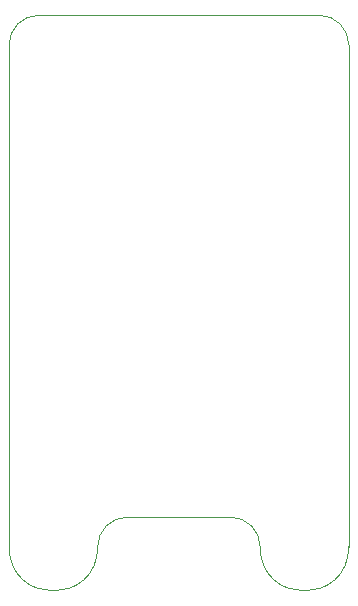
<source format=gbr>
%TF.GenerationSoftware,KiCad,Pcbnew,7.0.5*%
%TF.CreationDate,2023-08-24T03:33:07+02:00*%
%TF.ProjectId,Reader_Module,52656164-6572-45f4-9d6f-64756c652e6b,rev?*%
%TF.SameCoordinates,Original*%
%TF.FileFunction,Profile,NP*%
%FSLAX46Y46*%
G04 Gerber Fmt 4.6, Leading zero omitted, Abs format (unit mm)*
G04 Created by KiCad (PCBNEW 7.0.5) date 2023-08-24 03:33:07*
%MOMM*%
%LPD*%
G01*
G04 APERTURE LIST*
%TA.AperFunction,Profile*%
%ADD10C,0.100000*%
%TD*%
G04 APERTURE END LIST*
D10*
X110000000Y-61250000D02*
G75*
G03*
X107500000Y-63750000I0J-2500000D01*
G01*
X107500000Y-63750000D02*
X107500000Y-106250000D01*
X136250000Y-63750000D02*
G75*
G03*
X133750000Y-61250000I-2500000J0D01*
G01*
X107500000Y-106250000D02*
G75*
G03*
X115000000Y-106250000I3750000J0D01*
G01*
X136250000Y-106250000D02*
X136250000Y-63750000D01*
X128750000Y-106250000D02*
G75*
G03*
X126250000Y-103750000I-2500000J0D01*
G01*
X128750000Y-106250000D02*
G75*
G03*
X136250000Y-106250000I3750000J0D01*
G01*
X133750000Y-61250000D02*
X110000000Y-61250000D01*
X117500000Y-103750000D02*
X126250000Y-103750000D01*
X117500000Y-103750000D02*
G75*
G03*
X115000000Y-106250000I0J-2500000D01*
G01*
M02*

</source>
